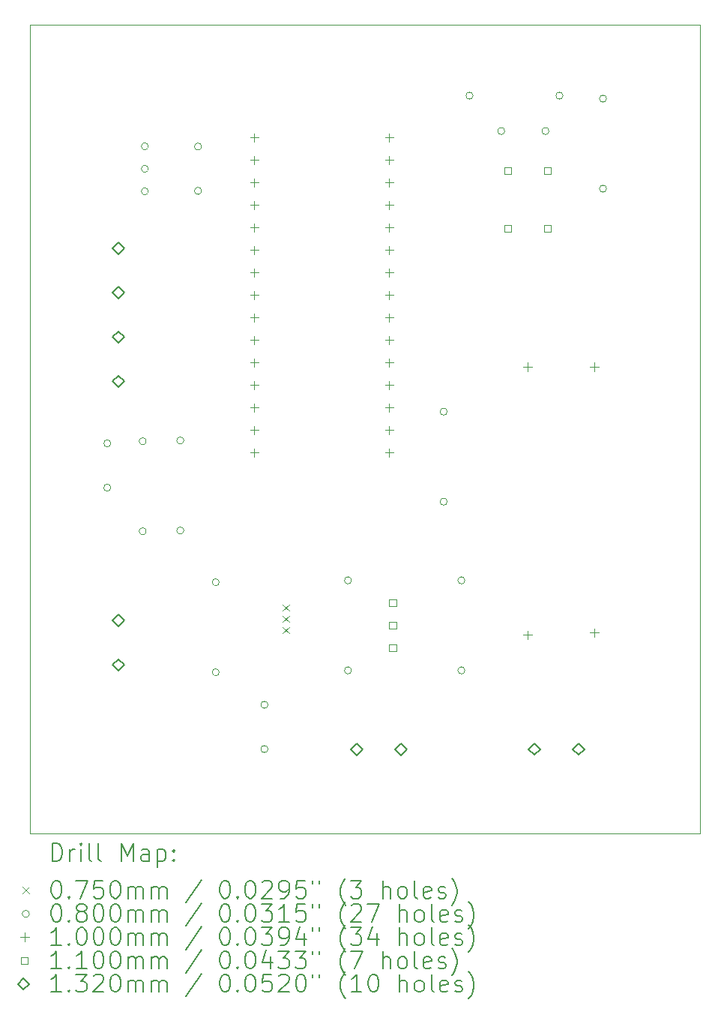
<source format=gbr>
%FSLAX45Y45*%
G04 Gerber Fmt 4.5, Leading zero omitted, Abs format (unit mm)*
G04 Created by KiCad (PCBNEW 6.0.2+dfsg-1) date 2023-09-01 16:32:19*
%MOMM*%
%LPD*%
G01*
G04 APERTURE LIST*
%TA.AperFunction,Profile*%
%ADD10C,0.100000*%
%TD*%
%ADD11C,0.200000*%
%ADD12C,0.075000*%
%ADD13C,0.080000*%
%ADD14C,0.100000*%
%ADD15C,0.110000*%
%ADD16C,0.132000*%
G04 APERTURE END LIST*
D10*
X8300000Y-13800000D02*
X15875000Y-13800000D01*
X15875000Y-13800000D02*
X15875000Y-4675000D01*
X15875000Y-4675000D02*
X8300000Y-4675000D01*
X8300000Y-4675000D02*
X8300000Y-13800000D01*
D11*
D12*
X11157000Y-11216500D02*
X11232000Y-11291500D01*
X11232000Y-11216500D02*
X11157000Y-11291500D01*
X11157000Y-11343500D02*
X11232000Y-11418500D01*
X11232000Y-11343500D02*
X11157000Y-11418500D01*
X11157000Y-11470500D02*
X11232000Y-11545500D01*
X11232000Y-11470500D02*
X11157000Y-11545500D01*
D13*
X9215000Y-9400000D02*
G75*
G03*
X9215000Y-9400000I-40000J0D01*
G01*
X9215000Y-9900000D02*
G75*
G03*
X9215000Y-9900000I-40000J0D01*
G01*
X9615000Y-9375000D02*
G75*
G03*
X9615000Y-9375000I-40000J0D01*
G01*
X9615000Y-10391000D02*
G75*
G03*
X9615000Y-10391000I-40000J0D01*
G01*
X9640000Y-6047000D02*
G75*
G03*
X9640000Y-6047000I-40000J0D01*
G01*
X9640000Y-6301000D02*
G75*
G03*
X9640000Y-6301000I-40000J0D01*
G01*
X9640000Y-6555000D02*
G75*
G03*
X9640000Y-6555000I-40000J0D01*
G01*
X10040000Y-9367000D02*
G75*
G03*
X10040000Y-9367000I-40000J0D01*
G01*
X10040000Y-10383000D02*
G75*
G03*
X10040000Y-10383000I-40000J0D01*
G01*
X10240000Y-6050000D02*
G75*
G03*
X10240000Y-6050000I-40000J0D01*
G01*
X10240000Y-6550000D02*
G75*
G03*
X10240000Y-6550000I-40000J0D01*
G01*
X10440000Y-10967000D02*
G75*
G03*
X10440000Y-10967000I-40000J0D01*
G01*
X10440000Y-11983000D02*
G75*
G03*
X10440000Y-11983000I-40000J0D01*
G01*
X10990000Y-12350000D02*
G75*
G03*
X10990000Y-12350000I-40000J0D01*
G01*
X10990000Y-12850000D02*
G75*
G03*
X10990000Y-12850000I-40000J0D01*
G01*
X11934500Y-10946000D02*
G75*
G03*
X11934500Y-10946000I-40000J0D01*
G01*
X11934500Y-11962000D02*
G75*
G03*
X11934500Y-11962000I-40000J0D01*
G01*
X13015000Y-9042000D02*
G75*
G03*
X13015000Y-9042000I-40000J0D01*
G01*
X13015000Y-10058000D02*
G75*
G03*
X13015000Y-10058000I-40000J0D01*
G01*
X13215000Y-10946000D02*
G75*
G03*
X13215000Y-10946000I-40000J0D01*
G01*
X13215000Y-11962000D02*
G75*
G03*
X13215000Y-11962000I-40000J0D01*
G01*
X13307000Y-5475000D02*
G75*
G03*
X13307000Y-5475000I-40000J0D01*
G01*
X13665000Y-5875000D02*
G75*
G03*
X13665000Y-5875000I-40000J0D01*
G01*
X14165000Y-5875000D02*
G75*
G03*
X14165000Y-5875000I-40000J0D01*
G01*
X14323000Y-5475000D02*
G75*
G03*
X14323000Y-5475000I-40000J0D01*
G01*
X14815000Y-5508500D02*
G75*
G03*
X14815000Y-5508500I-40000J0D01*
G01*
X14815000Y-6524500D02*
G75*
G03*
X14815000Y-6524500I-40000J0D01*
G01*
D14*
X10837000Y-5899000D02*
X10837000Y-5999000D01*
X10787000Y-5949000D02*
X10887000Y-5949000D01*
X10837000Y-6153000D02*
X10837000Y-6253000D01*
X10787000Y-6203000D02*
X10887000Y-6203000D01*
X10837000Y-6407000D02*
X10837000Y-6507000D01*
X10787000Y-6457000D02*
X10887000Y-6457000D01*
X10837000Y-6661000D02*
X10837000Y-6761000D01*
X10787000Y-6711000D02*
X10887000Y-6711000D01*
X10837000Y-6915000D02*
X10837000Y-7015000D01*
X10787000Y-6965000D02*
X10887000Y-6965000D01*
X10837000Y-7169000D02*
X10837000Y-7269000D01*
X10787000Y-7219000D02*
X10887000Y-7219000D01*
X10837000Y-7423000D02*
X10837000Y-7523000D01*
X10787000Y-7473000D02*
X10887000Y-7473000D01*
X10837000Y-7677000D02*
X10837000Y-7777000D01*
X10787000Y-7727000D02*
X10887000Y-7727000D01*
X10837000Y-7931000D02*
X10837000Y-8031000D01*
X10787000Y-7981000D02*
X10887000Y-7981000D01*
X10837000Y-8185000D02*
X10837000Y-8285000D01*
X10787000Y-8235000D02*
X10887000Y-8235000D01*
X10837000Y-8439000D02*
X10837000Y-8539000D01*
X10787000Y-8489000D02*
X10887000Y-8489000D01*
X10837000Y-8693000D02*
X10837000Y-8793000D01*
X10787000Y-8743000D02*
X10887000Y-8743000D01*
X10837000Y-8947000D02*
X10837000Y-9047000D01*
X10787000Y-8997000D02*
X10887000Y-8997000D01*
X10837000Y-9201000D02*
X10837000Y-9301000D01*
X10787000Y-9251000D02*
X10887000Y-9251000D01*
X10837000Y-9455000D02*
X10837000Y-9555000D01*
X10787000Y-9505000D02*
X10887000Y-9505000D01*
X12361000Y-5899000D02*
X12361000Y-5999000D01*
X12311000Y-5949000D02*
X12411000Y-5949000D01*
X12361000Y-6153000D02*
X12361000Y-6253000D01*
X12311000Y-6203000D02*
X12411000Y-6203000D01*
X12361000Y-6407000D02*
X12361000Y-6507000D01*
X12311000Y-6457000D02*
X12411000Y-6457000D01*
X12361000Y-6661000D02*
X12361000Y-6761000D01*
X12311000Y-6711000D02*
X12411000Y-6711000D01*
X12361000Y-6915000D02*
X12361000Y-7015000D01*
X12311000Y-6965000D02*
X12411000Y-6965000D01*
X12361000Y-7169000D02*
X12361000Y-7269000D01*
X12311000Y-7219000D02*
X12411000Y-7219000D01*
X12361000Y-7423000D02*
X12361000Y-7523000D01*
X12311000Y-7473000D02*
X12411000Y-7473000D01*
X12361000Y-7677000D02*
X12361000Y-7777000D01*
X12311000Y-7727000D02*
X12411000Y-7727000D01*
X12361000Y-7931000D02*
X12361000Y-8031000D01*
X12311000Y-7981000D02*
X12411000Y-7981000D01*
X12361000Y-8185000D02*
X12361000Y-8285000D01*
X12311000Y-8235000D02*
X12411000Y-8235000D01*
X12361000Y-8439000D02*
X12361000Y-8539000D01*
X12311000Y-8489000D02*
X12411000Y-8489000D01*
X12361000Y-8693000D02*
X12361000Y-8793000D01*
X12311000Y-8743000D02*
X12411000Y-8743000D01*
X12361000Y-8947000D02*
X12361000Y-9047000D01*
X12311000Y-8997000D02*
X12411000Y-8997000D01*
X12361000Y-9201000D02*
X12361000Y-9301000D01*
X12311000Y-9251000D02*
X12411000Y-9251000D01*
X12361000Y-9455000D02*
X12361000Y-9555000D01*
X12311000Y-9505000D02*
X12411000Y-9505000D01*
X13925000Y-8487500D02*
X13925000Y-8587500D01*
X13875000Y-8537500D02*
X13975000Y-8537500D01*
X13925000Y-11512500D02*
X13925000Y-11612500D01*
X13875000Y-11562500D02*
X13975000Y-11562500D01*
X14675000Y-8487500D02*
X14675000Y-8587500D01*
X14625000Y-8537500D02*
X14725000Y-8537500D01*
X14675000Y-11487500D02*
X14675000Y-11587500D01*
X14625000Y-11537500D02*
X14725000Y-11537500D01*
D15*
X12438891Y-11238891D02*
X12438891Y-11161109D01*
X12361109Y-11161109D01*
X12361109Y-11238891D01*
X12438891Y-11238891D01*
X12438891Y-11492891D02*
X12438891Y-11415109D01*
X12361109Y-11415109D01*
X12361109Y-11492891D01*
X12438891Y-11492891D01*
X12438891Y-11746891D02*
X12438891Y-11669109D01*
X12361109Y-11669109D01*
X12361109Y-11746891D01*
X12438891Y-11746891D01*
X13738891Y-6363891D02*
X13738891Y-6286109D01*
X13661109Y-6286109D01*
X13661109Y-6363891D01*
X13738891Y-6363891D01*
X13738891Y-7013891D02*
X13738891Y-6936109D01*
X13661109Y-6936109D01*
X13661109Y-7013891D01*
X13738891Y-7013891D01*
X14188891Y-6363891D02*
X14188891Y-6286109D01*
X14111109Y-6286109D01*
X14111109Y-6363891D01*
X14188891Y-6363891D01*
X14188891Y-7013891D02*
X14188891Y-6936109D01*
X14111109Y-6936109D01*
X14111109Y-7013891D01*
X14188891Y-7013891D01*
D16*
X9300000Y-7266000D02*
X9366000Y-7200000D01*
X9300000Y-7134000D01*
X9234000Y-7200000D01*
X9300000Y-7266000D01*
X9300000Y-7766000D02*
X9366000Y-7700000D01*
X9300000Y-7634000D01*
X9234000Y-7700000D01*
X9300000Y-7766000D01*
X9300000Y-8266000D02*
X9366000Y-8200000D01*
X9300000Y-8134000D01*
X9234000Y-8200000D01*
X9300000Y-8266000D01*
X9300000Y-8766000D02*
X9366000Y-8700000D01*
X9300000Y-8634000D01*
X9234000Y-8700000D01*
X9300000Y-8766000D01*
X9300000Y-11466000D02*
X9366000Y-11400000D01*
X9300000Y-11334000D01*
X9234000Y-11400000D01*
X9300000Y-11466000D01*
X9300000Y-11966000D02*
X9366000Y-11900000D01*
X9300000Y-11834000D01*
X9234000Y-11900000D01*
X9300000Y-11966000D01*
X11994500Y-12920000D02*
X12060500Y-12854000D01*
X11994500Y-12788000D01*
X11928500Y-12854000D01*
X11994500Y-12920000D01*
X12494500Y-12920000D02*
X12560500Y-12854000D01*
X12494500Y-12788000D01*
X12428500Y-12854000D01*
X12494500Y-12920000D01*
X14000000Y-12916000D02*
X14066000Y-12850000D01*
X14000000Y-12784000D01*
X13934000Y-12850000D01*
X14000000Y-12916000D01*
X14500000Y-12916000D02*
X14566000Y-12850000D01*
X14500000Y-12784000D01*
X14434000Y-12850000D01*
X14500000Y-12916000D01*
D11*
X8552619Y-14115476D02*
X8552619Y-13915476D01*
X8600238Y-13915476D01*
X8628810Y-13925000D01*
X8647857Y-13944048D01*
X8657381Y-13963095D01*
X8666905Y-14001190D01*
X8666905Y-14029762D01*
X8657381Y-14067857D01*
X8647857Y-14086905D01*
X8628810Y-14105952D01*
X8600238Y-14115476D01*
X8552619Y-14115476D01*
X8752619Y-14115476D02*
X8752619Y-13982143D01*
X8752619Y-14020238D02*
X8762143Y-14001190D01*
X8771667Y-13991667D01*
X8790714Y-13982143D01*
X8809762Y-13982143D01*
X8876429Y-14115476D02*
X8876429Y-13982143D01*
X8876429Y-13915476D02*
X8866905Y-13925000D01*
X8876429Y-13934524D01*
X8885952Y-13925000D01*
X8876429Y-13915476D01*
X8876429Y-13934524D01*
X9000238Y-14115476D02*
X8981190Y-14105952D01*
X8971667Y-14086905D01*
X8971667Y-13915476D01*
X9105000Y-14115476D02*
X9085952Y-14105952D01*
X9076429Y-14086905D01*
X9076429Y-13915476D01*
X9333571Y-14115476D02*
X9333571Y-13915476D01*
X9400238Y-14058333D01*
X9466905Y-13915476D01*
X9466905Y-14115476D01*
X9647857Y-14115476D02*
X9647857Y-14010714D01*
X9638333Y-13991667D01*
X9619286Y-13982143D01*
X9581190Y-13982143D01*
X9562143Y-13991667D01*
X9647857Y-14105952D02*
X9628810Y-14115476D01*
X9581190Y-14115476D01*
X9562143Y-14105952D01*
X9552619Y-14086905D01*
X9552619Y-14067857D01*
X9562143Y-14048809D01*
X9581190Y-14039286D01*
X9628810Y-14039286D01*
X9647857Y-14029762D01*
X9743095Y-13982143D02*
X9743095Y-14182143D01*
X9743095Y-13991667D02*
X9762143Y-13982143D01*
X9800238Y-13982143D01*
X9819286Y-13991667D01*
X9828810Y-14001190D01*
X9838333Y-14020238D01*
X9838333Y-14077381D01*
X9828810Y-14096428D01*
X9819286Y-14105952D01*
X9800238Y-14115476D01*
X9762143Y-14115476D01*
X9743095Y-14105952D01*
X9924048Y-14096428D02*
X9933571Y-14105952D01*
X9924048Y-14115476D01*
X9914524Y-14105952D01*
X9924048Y-14096428D01*
X9924048Y-14115476D01*
X9924048Y-13991667D02*
X9933571Y-14001190D01*
X9924048Y-14010714D01*
X9914524Y-14001190D01*
X9924048Y-13991667D01*
X9924048Y-14010714D01*
D12*
X8220000Y-14407500D02*
X8295000Y-14482500D01*
X8295000Y-14407500D02*
X8220000Y-14482500D01*
D11*
X8590714Y-14335476D02*
X8609762Y-14335476D01*
X8628810Y-14345000D01*
X8638333Y-14354524D01*
X8647857Y-14373571D01*
X8657381Y-14411667D01*
X8657381Y-14459286D01*
X8647857Y-14497381D01*
X8638333Y-14516428D01*
X8628810Y-14525952D01*
X8609762Y-14535476D01*
X8590714Y-14535476D01*
X8571667Y-14525952D01*
X8562143Y-14516428D01*
X8552619Y-14497381D01*
X8543095Y-14459286D01*
X8543095Y-14411667D01*
X8552619Y-14373571D01*
X8562143Y-14354524D01*
X8571667Y-14345000D01*
X8590714Y-14335476D01*
X8743095Y-14516428D02*
X8752619Y-14525952D01*
X8743095Y-14535476D01*
X8733571Y-14525952D01*
X8743095Y-14516428D01*
X8743095Y-14535476D01*
X8819286Y-14335476D02*
X8952619Y-14335476D01*
X8866905Y-14535476D01*
X9124048Y-14335476D02*
X9028810Y-14335476D01*
X9019286Y-14430714D01*
X9028810Y-14421190D01*
X9047857Y-14411667D01*
X9095476Y-14411667D01*
X9114524Y-14421190D01*
X9124048Y-14430714D01*
X9133571Y-14449762D01*
X9133571Y-14497381D01*
X9124048Y-14516428D01*
X9114524Y-14525952D01*
X9095476Y-14535476D01*
X9047857Y-14535476D01*
X9028810Y-14525952D01*
X9019286Y-14516428D01*
X9257381Y-14335476D02*
X9276429Y-14335476D01*
X9295476Y-14345000D01*
X9305000Y-14354524D01*
X9314524Y-14373571D01*
X9324048Y-14411667D01*
X9324048Y-14459286D01*
X9314524Y-14497381D01*
X9305000Y-14516428D01*
X9295476Y-14525952D01*
X9276429Y-14535476D01*
X9257381Y-14535476D01*
X9238333Y-14525952D01*
X9228810Y-14516428D01*
X9219286Y-14497381D01*
X9209762Y-14459286D01*
X9209762Y-14411667D01*
X9219286Y-14373571D01*
X9228810Y-14354524D01*
X9238333Y-14345000D01*
X9257381Y-14335476D01*
X9409762Y-14535476D02*
X9409762Y-14402143D01*
X9409762Y-14421190D02*
X9419286Y-14411667D01*
X9438333Y-14402143D01*
X9466905Y-14402143D01*
X9485952Y-14411667D01*
X9495476Y-14430714D01*
X9495476Y-14535476D01*
X9495476Y-14430714D02*
X9505000Y-14411667D01*
X9524048Y-14402143D01*
X9552619Y-14402143D01*
X9571667Y-14411667D01*
X9581190Y-14430714D01*
X9581190Y-14535476D01*
X9676429Y-14535476D02*
X9676429Y-14402143D01*
X9676429Y-14421190D02*
X9685952Y-14411667D01*
X9705000Y-14402143D01*
X9733571Y-14402143D01*
X9752619Y-14411667D01*
X9762143Y-14430714D01*
X9762143Y-14535476D01*
X9762143Y-14430714D02*
X9771667Y-14411667D01*
X9790714Y-14402143D01*
X9819286Y-14402143D01*
X9838333Y-14411667D01*
X9847857Y-14430714D01*
X9847857Y-14535476D01*
X10238333Y-14325952D02*
X10066905Y-14583095D01*
X10495476Y-14335476D02*
X10514524Y-14335476D01*
X10533571Y-14345000D01*
X10543095Y-14354524D01*
X10552619Y-14373571D01*
X10562143Y-14411667D01*
X10562143Y-14459286D01*
X10552619Y-14497381D01*
X10543095Y-14516428D01*
X10533571Y-14525952D01*
X10514524Y-14535476D01*
X10495476Y-14535476D01*
X10476429Y-14525952D01*
X10466905Y-14516428D01*
X10457381Y-14497381D01*
X10447857Y-14459286D01*
X10447857Y-14411667D01*
X10457381Y-14373571D01*
X10466905Y-14354524D01*
X10476429Y-14345000D01*
X10495476Y-14335476D01*
X10647857Y-14516428D02*
X10657381Y-14525952D01*
X10647857Y-14535476D01*
X10638333Y-14525952D01*
X10647857Y-14516428D01*
X10647857Y-14535476D01*
X10781190Y-14335476D02*
X10800238Y-14335476D01*
X10819286Y-14345000D01*
X10828810Y-14354524D01*
X10838333Y-14373571D01*
X10847857Y-14411667D01*
X10847857Y-14459286D01*
X10838333Y-14497381D01*
X10828810Y-14516428D01*
X10819286Y-14525952D01*
X10800238Y-14535476D01*
X10781190Y-14535476D01*
X10762143Y-14525952D01*
X10752619Y-14516428D01*
X10743095Y-14497381D01*
X10733571Y-14459286D01*
X10733571Y-14411667D01*
X10743095Y-14373571D01*
X10752619Y-14354524D01*
X10762143Y-14345000D01*
X10781190Y-14335476D01*
X10924048Y-14354524D02*
X10933571Y-14345000D01*
X10952619Y-14335476D01*
X11000238Y-14335476D01*
X11019286Y-14345000D01*
X11028810Y-14354524D01*
X11038333Y-14373571D01*
X11038333Y-14392619D01*
X11028810Y-14421190D01*
X10914524Y-14535476D01*
X11038333Y-14535476D01*
X11133571Y-14535476D02*
X11171667Y-14535476D01*
X11190714Y-14525952D01*
X11200238Y-14516428D01*
X11219286Y-14487857D01*
X11228809Y-14449762D01*
X11228809Y-14373571D01*
X11219286Y-14354524D01*
X11209762Y-14345000D01*
X11190714Y-14335476D01*
X11152619Y-14335476D01*
X11133571Y-14345000D01*
X11124048Y-14354524D01*
X11114524Y-14373571D01*
X11114524Y-14421190D01*
X11124048Y-14440238D01*
X11133571Y-14449762D01*
X11152619Y-14459286D01*
X11190714Y-14459286D01*
X11209762Y-14449762D01*
X11219286Y-14440238D01*
X11228809Y-14421190D01*
X11409762Y-14335476D02*
X11314524Y-14335476D01*
X11305000Y-14430714D01*
X11314524Y-14421190D01*
X11333571Y-14411667D01*
X11381190Y-14411667D01*
X11400238Y-14421190D01*
X11409762Y-14430714D01*
X11419286Y-14449762D01*
X11419286Y-14497381D01*
X11409762Y-14516428D01*
X11400238Y-14525952D01*
X11381190Y-14535476D01*
X11333571Y-14535476D01*
X11314524Y-14525952D01*
X11305000Y-14516428D01*
X11495476Y-14335476D02*
X11495476Y-14373571D01*
X11571667Y-14335476D02*
X11571667Y-14373571D01*
X11866905Y-14611667D02*
X11857381Y-14602143D01*
X11838333Y-14573571D01*
X11828809Y-14554524D01*
X11819286Y-14525952D01*
X11809762Y-14478333D01*
X11809762Y-14440238D01*
X11819286Y-14392619D01*
X11828809Y-14364048D01*
X11838333Y-14345000D01*
X11857381Y-14316428D01*
X11866905Y-14306905D01*
X11924048Y-14335476D02*
X12047857Y-14335476D01*
X11981190Y-14411667D01*
X12009762Y-14411667D01*
X12028809Y-14421190D01*
X12038333Y-14430714D01*
X12047857Y-14449762D01*
X12047857Y-14497381D01*
X12038333Y-14516428D01*
X12028809Y-14525952D01*
X12009762Y-14535476D01*
X11952619Y-14535476D01*
X11933571Y-14525952D01*
X11924048Y-14516428D01*
X12285952Y-14535476D02*
X12285952Y-14335476D01*
X12371667Y-14535476D02*
X12371667Y-14430714D01*
X12362143Y-14411667D01*
X12343095Y-14402143D01*
X12314524Y-14402143D01*
X12295476Y-14411667D01*
X12285952Y-14421190D01*
X12495476Y-14535476D02*
X12476428Y-14525952D01*
X12466905Y-14516428D01*
X12457381Y-14497381D01*
X12457381Y-14440238D01*
X12466905Y-14421190D01*
X12476428Y-14411667D01*
X12495476Y-14402143D01*
X12524048Y-14402143D01*
X12543095Y-14411667D01*
X12552619Y-14421190D01*
X12562143Y-14440238D01*
X12562143Y-14497381D01*
X12552619Y-14516428D01*
X12543095Y-14525952D01*
X12524048Y-14535476D01*
X12495476Y-14535476D01*
X12676428Y-14535476D02*
X12657381Y-14525952D01*
X12647857Y-14506905D01*
X12647857Y-14335476D01*
X12828809Y-14525952D02*
X12809762Y-14535476D01*
X12771667Y-14535476D01*
X12752619Y-14525952D01*
X12743095Y-14506905D01*
X12743095Y-14430714D01*
X12752619Y-14411667D01*
X12771667Y-14402143D01*
X12809762Y-14402143D01*
X12828809Y-14411667D01*
X12838333Y-14430714D01*
X12838333Y-14449762D01*
X12743095Y-14468809D01*
X12914524Y-14525952D02*
X12933571Y-14535476D01*
X12971667Y-14535476D01*
X12990714Y-14525952D01*
X13000238Y-14506905D01*
X13000238Y-14497381D01*
X12990714Y-14478333D01*
X12971667Y-14468809D01*
X12943095Y-14468809D01*
X12924048Y-14459286D01*
X12914524Y-14440238D01*
X12914524Y-14430714D01*
X12924048Y-14411667D01*
X12943095Y-14402143D01*
X12971667Y-14402143D01*
X12990714Y-14411667D01*
X13066905Y-14611667D02*
X13076428Y-14602143D01*
X13095476Y-14573571D01*
X13105000Y-14554524D01*
X13114524Y-14525952D01*
X13124048Y-14478333D01*
X13124048Y-14440238D01*
X13114524Y-14392619D01*
X13105000Y-14364048D01*
X13095476Y-14345000D01*
X13076428Y-14316428D01*
X13066905Y-14306905D01*
D13*
X8295000Y-14709000D02*
G75*
G03*
X8295000Y-14709000I-40000J0D01*
G01*
D11*
X8590714Y-14599476D02*
X8609762Y-14599476D01*
X8628810Y-14609000D01*
X8638333Y-14618524D01*
X8647857Y-14637571D01*
X8657381Y-14675667D01*
X8657381Y-14723286D01*
X8647857Y-14761381D01*
X8638333Y-14780428D01*
X8628810Y-14789952D01*
X8609762Y-14799476D01*
X8590714Y-14799476D01*
X8571667Y-14789952D01*
X8562143Y-14780428D01*
X8552619Y-14761381D01*
X8543095Y-14723286D01*
X8543095Y-14675667D01*
X8552619Y-14637571D01*
X8562143Y-14618524D01*
X8571667Y-14609000D01*
X8590714Y-14599476D01*
X8743095Y-14780428D02*
X8752619Y-14789952D01*
X8743095Y-14799476D01*
X8733571Y-14789952D01*
X8743095Y-14780428D01*
X8743095Y-14799476D01*
X8866905Y-14685190D02*
X8847857Y-14675667D01*
X8838333Y-14666143D01*
X8828810Y-14647095D01*
X8828810Y-14637571D01*
X8838333Y-14618524D01*
X8847857Y-14609000D01*
X8866905Y-14599476D01*
X8905000Y-14599476D01*
X8924048Y-14609000D01*
X8933571Y-14618524D01*
X8943095Y-14637571D01*
X8943095Y-14647095D01*
X8933571Y-14666143D01*
X8924048Y-14675667D01*
X8905000Y-14685190D01*
X8866905Y-14685190D01*
X8847857Y-14694714D01*
X8838333Y-14704238D01*
X8828810Y-14723286D01*
X8828810Y-14761381D01*
X8838333Y-14780428D01*
X8847857Y-14789952D01*
X8866905Y-14799476D01*
X8905000Y-14799476D01*
X8924048Y-14789952D01*
X8933571Y-14780428D01*
X8943095Y-14761381D01*
X8943095Y-14723286D01*
X8933571Y-14704238D01*
X8924048Y-14694714D01*
X8905000Y-14685190D01*
X9066905Y-14599476D02*
X9085952Y-14599476D01*
X9105000Y-14609000D01*
X9114524Y-14618524D01*
X9124048Y-14637571D01*
X9133571Y-14675667D01*
X9133571Y-14723286D01*
X9124048Y-14761381D01*
X9114524Y-14780428D01*
X9105000Y-14789952D01*
X9085952Y-14799476D01*
X9066905Y-14799476D01*
X9047857Y-14789952D01*
X9038333Y-14780428D01*
X9028810Y-14761381D01*
X9019286Y-14723286D01*
X9019286Y-14675667D01*
X9028810Y-14637571D01*
X9038333Y-14618524D01*
X9047857Y-14609000D01*
X9066905Y-14599476D01*
X9257381Y-14599476D02*
X9276429Y-14599476D01*
X9295476Y-14609000D01*
X9305000Y-14618524D01*
X9314524Y-14637571D01*
X9324048Y-14675667D01*
X9324048Y-14723286D01*
X9314524Y-14761381D01*
X9305000Y-14780428D01*
X9295476Y-14789952D01*
X9276429Y-14799476D01*
X9257381Y-14799476D01*
X9238333Y-14789952D01*
X9228810Y-14780428D01*
X9219286Y-14761381D01*
X9209762Y-14723286D01*
X9209762Y-14675667D01*
X9219286Y-14637571D01*
X9228810Y-14618524D01*
X9238333Y-14609000D01*
X9257381Y-14599476D01*
X9409762Y-14799476D02*
X9409762Y-14666143D01*
X9409762Y-14685190D02*
X9419286Y-14675667D01*
X9438333Y-14666143D01*
X9466905Y-14666143D01*
X9485952Y-14675667D01*
X9495476Y-14694714D01*
X9495476Y-14799476D01*
X9495476Y-14694714D02*
X9505000Y-14675667D01*
X9524048Y-14666143D01*
X9552619Y-14666143D01*
X9571667Y-14675667D01*
X9581190Y-14694714D01*
X9581190Y-14799476D01*
X9676429Y-14799476D02*
X9676429Y-14666143D01*
X9676429Y-14685190D02*
X9685952Y-14675667D01*
X9705000Y-14666143D01*
X9733571Y-14666143D01*
X9752619Y-14675667D01*
X9762143Y-14694714D01*
X9762143Y-14799476D01*
X9762143Y-14694714D02*
X9771667Y-14675667D01*
X9790714Y-14666143D01*
X9819286Y-14666143D01*
X9838333Y-14675667D01*
X9847857Y-14694714D01*
X9847857Y-14799476D01*
X10238333Y-14589952D02*
X10066905Y-14847095D01*
X10495476Y-14599476D02*
X10514524Y-14599476D01*
X10533571Y-14609000D01*
X10543095Y-14618524D01*
X10552619Y-14637571D01*
X10562143Y-14675667D01*
X10562143Y-14723286D01*
X10552619Y-14761381D01*
X10543095Y-14780428D01*
X10533571Y-14789952D01*
X10514524Y-14799476D01*
X10495476Y-14799476D01*
X10476429Y-14789952D01*
X10466905Y-14780428D01*
X10457381Y-14761381D01*
X10447857Y-14723286D01*
X10447857Y-14675667D01*
X10457381Y-14637571D01*
X10466905Y-14618524D01*
X10476429Y-14609000D01*
X10495476Y-14599476D01*
X10647857Y-14780428D02*
X10657381Y-14789952D01*
X10647857Y-14799476D01*
X10638333Y-14789952D01*
X10647857Y-14780428D01*
X10647857Y-14799476D01*
X10781190Y-14599476D02*
X10800238Y-14599476D01*
X10819286Y-14609000D01*
X10828810Y-14618524D01*
X10838333Y-14637571D01*
X10847857Y-14675667D01*
X10847857Y-14723286D01*
X10838333Y-14761381D01*
X10828810Y-14780428D01*
X10819286Y-14789952D01*
X10800238Y-14799476D01*
X10781190Y-14799476D01*
X10762143Y-14789952D01*
X10752619Y-14780428D01*
X10743095Y-14761381D01*
X10733571Y-14723286D01*
X10733571Y-14675667D01*
X10743095Y-14637571D01*
X10752619Y-14618524D01*
X10762143Y-14609000D01*
X10781190Y-14599476D01*
X10914524Y-14599476D02*
X11038333Y-14599476D01*
X10971667Y-14675667D01*
X11000238Y-14675667D01*
X11019286Y-14685190D01*
X11028810Y-14694714D01*
X11038333Y-14713762D01*
X11038333Y-14761381D01*
X11028810Y-14780428D01*
X11019286Y-14789952D01*
X11000238Y-14799476D01*
X10943095Y-14799476D01*
X10924048Y-14789952D01*
X10914524Y-14780428D01*
X11228809Y-14799476D02*
X11114524Y-14799476D01*
X11171667Y-14799476D02*
X11171667Y-14599476D01*
X11152619Y-14628048D01*
X11133571Y-14647095D01*
X11114524Y-14656619D01*
X11409762Y-14599476D02*
X11314524Y-14599476D01*
X11305000Y-14694714D01*
X11314524Y-14685190D01*
X11333571Y-14675667D01*
X11381190Y-14675667D01*
X11400238Y-14685190D01*
X11409762Y-14694714D01*
X11419286Y-14713762D01*
X11419286Y-14761381D01*
X11409762Y-14780428D01*
X11400238Y-14789952D01*
X11381190Y-14799476D01*
X11333571Y-14799476D01*
X11314524Y-14789952D01*
X11305000Y-14780428D01*
X11495476Y-14599476D02*
X11495476Y-14637571D01*
X11571667Y-14599476D02*
X11571667Y-14637571D01*
X11866905Y-14875667D02*
X11857381Y-14866143D01*
X11838333Y-14837571D01*
X11828809Y-14818524D01*
X11819286Y-14789952D01*
X11809762Y-14742333D01*
X11809762Y-14704238D01*
X11819286Y-14656619D01*
X11828809Y-14628048D01*
X11838333Y-14609000D01*
X11857381Y-14580428D01*
X11866905Y-14570905D01*
X11933571Y-14618524D02*
X11943095Y-14609000D01*
X11962143Y-14599476D01*
X12009762Y-14599476D01*
X12028809Y-14609000D01*
X12038333Y-14618524D01*
X12047857Y-14637571D01*
X12047857Y-14656619D01*
X12038333Y-14685190D01*
X11924048Y-14799476D01*
X12047857Y-14799476D01*
X12114524Y-14599476D02*
X12247857Y-14599476D01*
X12162143Y-14799476D01*
X12476428Y-14799476D02*
X12476428Y-14599476D01*
X12562143Y-14799476D02*
X12562143Y-14694714D01*
X12552619Y-14675667D01*
X12533571Y-14666143D01*
X12505000Y-14666143D01*
X12485952Y-14675667D01*
X12476428Y-14685190D01*
X12685952Y-14799476D02*
X12666905Y-14789952D01*
X12657381Y-14780428D01*
X12647857Y-14761381D01*
X12647857Y-14704238D01*
X12657381Y-14685190D01*
X12666905Y-14675667D01*
X12685952Y-14666143D01*
X12714524Y-14666143D01*
X12733571Y-14675667D01*
X12743095Y-14685190D01*
X12752619Y-14704238D01*
X12752619Y-14761381D01*
X12743095Y-14780428D01*
X12733571Y-14789952D01*
X12714524Y-14799476D01*
X12685952Y-14799476D01*
X12866905Y-14799476D02*
X12847857Y-14789952D01*
X12838333Y-14770905D01*
X12838333Y-14599476D01*
X13019286Y-14789952D02*
X13000238Y-14799476D01*
X12962143Y-14799476D01*
X12943095Y-14789952D01*
X12933571Y-14770905D01*
X12933571Y-14694714D01*
X12943095Y-14675667D01*
X12962143Y-14666143D01*
X13000238Y-14666143D01*
X13019286Y-14675667D01*
X13028809Y-14694714D01*
X13028809Y-14713762D01*
X12933571Y-14732809D01*
X13105000Y-14789952D02*
X13124048Y-14799476D01*
X13162143Y-14799476D01*
X13181190Y-14789952D01*
X13190714Y-14770905D01*
X13190714Y-14761381D01*
X13181190Y-14742333D01*
X13162143Y-14732809D01*
X13133571Y-14732809D01*
X13114524Y-14723286D01*
X13105000Y-14704238D01*
X13105000Y-14694714D01*
X13114524Y-14675667D01*
X13133571Y-14666143D01*
X13162143Y-14666143D01*
X13181190Y-14675667D01*
X13257381Y-14875667D02*
X13266905Y-14866143D01*
X13285952Y-14837571D01*
X13295476Y-14818524D01*
X13305000Y-14789952D01*
X13314524Y-14742333D01*
X13314524Y-14704238D01*
X13305000Y-14656619D01*
X13295476Y-14628048D01*
X13285952Y-14609000D01*
X13266905Y-14580428D01*
X13257381Y-14570905D01*
D14*
X8245000Y-14923000D02*
X8245000Y-15023000D01*
X8195000Y-14973000D02*
X8295000Y-14973000D01*
D11*
X8657381Y-15063476D02*
X8543095Y-15063476D01*
X8600238Y-15063476D02*
X8600238Y-14863476D01*
X8581190Y-14892048D01*
X8562143Y-14911095D01*
X8543095Y-14920619D01*
X8743095Y-15044428D02*
X8752619Y-15053952D01*
X8743095Y-15063476D01*
X8733571Y-15053952D01*
X8743095Y-15044428D01*
X8743095Y-15063476D01*
X8876429Y-14863476D02*
X8895476Y-14863476D01*
X8914524Y-14873000D01*
X8924048Y-14882524D01*
X8933571Y-14901571D01*
X8943095Y-14939667D01*
X8943095Y-14987286D01*
X8933571Y-15025381D01*
X8924048Y-15044428D01*
X8914524Y-15053952D01*
X8895476Y-15063476D01*
X8876429Y-15063476D01*
X8857381Y-15053952D01*
X8847857Y-15044428D01*
X8838333Y-15025381D01*
X8828810Y-14987286D01*
X8828810Y-14939667D01*
X8838333Y-14901571D01*
X8847857Y-14882524D01*
X8857381Y-14873000D01*
X8876429Y-14863476D01*
X9066905Y-14863476D02*
X9085952Y-14863476D01*
X9105000Y-14873000D01*
X9114524Y-14882524D01*
X9124048Y-14901571D01*
X9133571Y-14939667D01*
X9133571Y-14987286D01*
X9124048Y-15025381D01*
X9114524Y-15044428D01*
X9105000Y-15053952D01*
X9085952Y-15063476D01*
X9066905Y-15063476D01*
X9047857Y-15053952D01*
X9038333Y-15044428D01*
X9028810Y-15025381D01*
X9019286Y-14987286D01*
X9019286Y-14939667D01*
X9028810Y-14901571D01*
X9038333Y-14882524D01*
X9047857Y-14873000D01*
X9066905Y-14863476D01*
X9257381Y-14863476D02*
X9276429Y-14863476D01*
X9295476Y-14873000D01*
X9305000Y-14882524D01*
X9314524Y-14901571D01*
X9324048Y-14939667D01*
X9324048Y-14987286D01*
X9314524Y-15025381D01*
X9305000Y-15044428D01*
X9295476Y-15053952D01*
X9276429Y-15063476D01*
X9257381Y-15063476D01*
X9238333Y-15053952D01*
X9228810Y-15044428D01*
X9219286Y-15025381D01*
X9209762Y-14987286D01*
X9209762Y-14939667D01*
X9219286Y-14901571D01*
X9228810Y-14882524D01*
X9238333Y-14873000D01*
X9257381Y-14863476D01*
X9409762Y-15063476D02*
X9409762Y-14930143D01*
X9409762Y-14949190D02*
X9419286Y-14939667D01*
X9438333Y-14930143D01*
X9466905Y-14930143D01*
X9485952Y-14939667D01*
X9495476Y-14958714D01*
X9495476Y-15063476D01*
X9495476Y-14958714D02*
X9505000Y-14939667D01*
X9524048Y-14930143D01*
X9552619Y-14930143D01*
X9571667Y-14939667D01*
X9581190Y-14958714D01*
X9581190Y-15063476D01*
X9676429Y-15063476D02*
X9676429Y-14930143D01*
X9676429Y-14949190D02*
X9685952Y-14939667D01*
X9705000Y-14930143D01*
X9733571Y-14930143D01*
X9752619Y-14939667D01*
X9762143Y-14958714D01*
X9762143Y-15063476D01*
X9762143Y-14958714D02*
X9771667Y-14939667D01*
X9790714Y-14930143D01*
X9819286Y-14930143D01*
X9838333Y-14939667D01*
X9847857Y-14958714D01*
X9847857Y-15063476D01*
X10238333Y-14853952D02*
X10066905Y-15111095D01*
X10495476Y-14863476D02*
X10514524Y-14863476D01*
X10533571Y-14873000D01*
X10543095Y-14882524D01*
X10552619Y-14901571D01*
X10562143Y-14939667D01*
X10562143Y-14987286D01*
X10552619Y-15025381D01*
X10543095Y-15044428D01*
X10533571Y-15053952D01*
X10514524Y-15063476D01*
X10495476Y-15063476D01*
X10476429Y-15053952D01*
X10466905Y-15044428D01*
X10457381Y-15025381D01*
X10447857Y-14987286D01*
X10447857Y-14939667D01*
X10457381Y-14901571D01*
X10466905Y-14882524D01*
X10476429Y-14873000D01*
X10495476Y-14863476D01*
X10647857Y-15044428D02*
X10657381Y-15053952D01*
X10647857Y-15063476D01*
X10638333Y-15053952D01*
X10647857Y-15044428D01*
X10647857Y-15063476D01*
X10781190Y-14863476D02*
X10800238Y-14863476D01*
X10819286Y-14873000D01*
X10828810Y-14882524D01*
X10838333Y-14901571D01*
X10847857Y-14939667D01*
X10847857Y-14987286D01*
X10838333Y-15025381D01*
X10828810Y-15044428D01*
X10819286Y-15053952D01*
X10800238Y-15063476D01*
X10781190Y-15063476D01*
X10762143Y-15053952D01*
X10752619Y-15044428D01*
X10743095Y-15025381D01*
X10733571Y-14987286D01*
X10733571Y-14939667D01*
X10743095Y-14901571D01*
X10752619Y-14882524D01*
X10762143Y-14873000D01*
X10781190Y-14863476D01*
X10914524Y-14863476D02*
X11038333Y-14863476D01*
X10971667Y-14939667D01*
X11000238Y-14939667D01*
X11019286Y-14949190D01*
X11028810Y-14958714D01*
X11038333Y-14977762D01*
X11038333Y-15025381D01*
X11028810Y-15044428D01*
X11019286Y-15053952D01*
X11000238Y-15063476D01*
X10943095Y-15063476D01*
X10924048Y-15053952D01*
X10914524Y-15044428D01*
X11133571Y-15063476D02*
X11171667Y-15063476D01*
X11190714Y-15053952D01*
X11200238Y-15044428D01*
X11219286Y-15015857D01*
X11228809Y-14977762D01*
X11228809Y-14901571D01*
X11219286Y-14882524D01*
X11209762Y-14873000D01*
X11190714Y-14863476D01*
X11152619Y-14863476D01*
X11133571Y-14873000D01*
X11124048Y-14882524D01*
X11114524Y-14901571D01*
X11114524Y-14949190D01*
X11124048Y-14968238D01*
X11133571Y-14977762D01*
X11152619Y-14987286D01*
X11190714Y-14987286D01*
X11209762Y-14977762D01*
X11219286Y-14968238D01*
X11228809Y-14949190D01*
X11400238Y-14930143D02*
X11400238Y-15063476D01*
X11352619Y-14853952D02*
X11305000Y-14996809D01*
X11428809Y-14996809D01*
X11495476Y-14863476D02*
X11495476Y-14901571D01*
X11571667Y-14863476D02*
X11571667Y-14901571D01*
X11866905Y-15139667D02*
X11857381Y-15130143D01*
X11838333Y-15101571D01*
X11828809Y-15082524D01*
X11819286Y-15053952D01*
X11809762Y-15006333D01*
X11809762Y-14968238D01*
X11819286Y-14920619D01*
X11828809Y-14892048D01*
X11838333Y-14873000D01*
X11857381Y-14844428D01*
X11866905Y-14834905D01*
X11924048Y-14863476D02*
X12047857Y-14863476D01*
X11981190Y-14939667D01*
X12009762Y-14939667D01*
X12028809Y-14949190D01*
X12038333Y-14958714D01*
X12047857Y-14977762D01*
X12047857Y-15025381D01*
X12038333Y-15044428D01*
X12028809Y-15053952D01*
X12009762Y-15063476D01*
X11952619Y-15063476D01*
X11933571Y-15053952D01*
X11924048Y-15044428D01*
X12219286Y-14930143D02*
X12219286Y-15063476D01*
X12171667Y-14853952D02*
X12124048Y-14996809D01*
X12247857Y-14996809D01*
X12476428Y-15063476D02*
X12476428Y-14863476D01*
X12562143Y-15063476D02*
X12562143Y-14958714D01*
X12552619Y-14939667D01*
X12533571Y-14930143D01*
X12505000Y-14930143D01*
X12485952Y-14939667D01*
X12476428Y-14949190D01*
X12685952Y-15063476D02*
X12666905Y-15053952D01*
X12657381Y-15044428D01*
X12647857Y-15025381D01*
X12647857Y-14968238D01*
X12657381Y-14949190D01*
X12666905Y-14939667D01*
X12685952Y-14930143D01*
X12714524Y-14930143D01*
X12733571Y-14939667D01*
X12743095Y-14949190D01*
X12752619Y-14968238D01*
X12752619Y-15025381D01*
X12743095Y-15044428D01*
X12733571Y-15053952D01*
X12714524Y-15063476D01*
X12685952Y-15063476D01*
X12866905Y-15063476D02*
X12847857Y-15053952D01*
X12838333Y-15034905D01*
X12838333Y-14863476D01*
X13019286Y-15053952D02*
X13000238Y-15063476D01*
X12962143Y-15063476D01*
X12943095Y-15053952D01*
X12933571Y-15034905D01*
X12933571Y-14958714D01*
X12943095Y-14939667D01*
X12962143Y-14930143D01*
X13000238Y-14930143D01*
X13019286Y-14939667D01*
X13028809Y-14958714D01*
X13028809Y-14977762D01*
X12933571Y-14996809D01*
X13105000Y-15053952D02*
X13124048Y-15063476D01*
X13162143Y-15063476D01*
X13181190Y-15053952D01*
X13190714Y-15034905D01*
X13190714Y-15025381D01*
X13181190Y-15006333D01*
X13162143Y-14996809D01*
X13133571Y-14996809D01*
X13114524Y-14987286D01*
X13105000Y-14968238D01*
X13105000Y-14958714D01*
X13114524Y-14939667D01*
X13133571Y-14930143D01*
X13162143Y-14930143D01*
X13181190Y-14939667D01*
X13257381Y-15139667D02*
X13266905Y-15130143D01*
X13285952Y-15101571D01*
X13295476Y-15082524D01*
X13305000Y-15053952D01*
X13314524Y-15006333D01*
X13314524Y-14968238D01*
X13305000Y-14920619D01*
X13295476Y-14892048D01*
X13285952Y-14873000D01*
X13266905Y-14844428D01*
X13257381Y-14834905D01*
D15*
X8278891Y-15275891D02*
X8278891Y-15198109D01*
X8201109Y-15198109D01*
X8201109Y-15275891D01*
X8278891Y-15275891D01*
D11*
X8657381Y-15327476D02*
X8543095Y-15327476D01*
X8600238Y-15327476D02*
X8600238Y-15127476D01*
X8581190Y-15156048D01*
X8562143Y-15175095D01*
X8543095Y-15184619D01*
X8743095Y-15308428D02*
X8752619Y-15317952D01*
X8743095Y-15327476D01*
X8733571Y-15317952D01*
X8743095Y-15308428D01*
X8743095Y-15327476D01*
X8943095Y-15327476D02*
X8828810Y-15327476D01*
X8885952Y-15327476D02*
X8885952Y-15127476D01*
X8866905Y-15156048D01*
X8847857Y-15175095D01*
X8828810Y-15184619D01*
X9066905Y-15127476D02*
X9085952Y-15127476D01*
X9105000Y-15137000D01*
X9114524Y-15146524D01*
X9124048Y-15165571D01*
X9133571Y-15203667D01*
X9133571Y-15251286D01*
X9124048Y-15289381D01*
X9114524Y-15308428D01*
X9105000Y-15317952D01*
X9085952Y-15327476D01*
X9066905Y-15327476D01*
X9047857Y-15317952D01*
X9038333Y-15308428D01*
X9028810Y-15289381D01*
X9019286Y-15251286D01*
X9019286Y-15203667D01*
X9028810Y-15165571D01*
X9038333Y-15146524D01*
X9047857Y-15137000D01*
X9066905Y-15127476D01*
X9257381Y-15127476D02*
X9276429Y-15127476D01*
X9295476Y-15137000D01*
X9305000Y-15146524D01*
X9314524Y-15165571D01*
X9324048Y-15203667D01*
X9324048Y-15251286D01*
X9314524Y-15289381D01*
X9305000Y-15308428D01*
X9295476Y-15317952D01*
X9276429Y-15327476D01*
X9257381Y-15327476D01*
X9238333Y-15317952D01*
X9228810Y-15308428D01*
X9219286Y-15289381D01*
X9209762Y-15251286D01*
X9209762Y-15203667D01*
X9219286Y-15165571D01*
X9228810Y-15146524D01*
X9238333Y-15137000D01*
X9257381Y-15127476D01*
X9409762Y-15327476D02*
X9409762Y-15194143D01*
X9409762Y-15213190D02*
X9419286Y-15203667D01*
X9438333Y-15194143D01*
X9466905Y-15194143D01*
X9485952Y-15203667D01*
X9495476Y-15222714D01*
X9495476Y-15327476D01*
X9495476Y-15222714D02*
X9505000Y-15203667D01*
X9524048Y-15194143D01*
X9552619Y-15194143D01*
X9571667Y-15203667D01*
X9581190Y-15222714D01*
X9581190Y-15327476D01*
X9676429Y-15327476D02*
X9676429Y-15194143D01*
X9676429Y-15213190D02*
X9685952Y-15203667D01*
X9705000Y-15194143D01*
X9733571Y-15194143D01*
X9752619Y-15203667D01*
X9762143Y-15222714D01*
X9762143Y-15327476D01*
X9762143Y-15222714D02*
X9771667Y-15203667D01*
X9790714Y-15194143D01*
X9819286Y-15194143D01*
X9838333Y-15203667D01*
X9847857Y-15222714D01*
X9847857Y-15327476D01*
X10238333Y-15117952D02*
X10066905Y-15375095D01*
X10495476Y-15127476D02*
X10514524Y-15127476D01*
X10533571Y-15137000D01*
X10543095Y-15146524D01*
X10552619Y-15165571D01*
X10562143Y-15203667D01*
X10562143Y-15251286D01*
X10552619Y-15289381D01*
X10543095Y-15308428D01*
X10533571Y-15317952D01*
X10514524Y-15327476D01*
X10495476Y-15327476D01*
X10476429Y-15317952D01*
X10466905Y-15308428D01*
X10457381Y-15289381D01*
X10447857Y-15251286D01*
X10447857Y-15203667D01*
X10457381Y-15165571D01*
X10466905Y-15146524D01*
X10476429Y-15137000D01*
X10495476Y-15127476D01*
X10647857Y-15308428D02*
X10657381Y-15317952D01*
X10647857Y-15327476D01*
X10638333Y-15317952D01*
X10647857Y-15308428D01*
X10647857Y-15327476D01*
X10781190Y-15127476D02*
X10800238Y-15127476D01*
X10819286Y-15137000D01*
X10828810Y-15146524D01*
X10838333Y-15165571D01*
X10847857Y-15203667D01*
X10847857Y-15251286D01*
X10838333Y-15289381D01*
X10828810Y-15308428D01*
X10819286Y-15317952D01*
X10800238Y-15327476D01*
X10781190Y-15327476D01*
X10762143Y-15317952D01*
X10752619Y-15308428D01*
X10743095Y-15289381D01*
X10733571Y-15251286D01*
X10733571Y-15203667D01*
X10743095Y-15165571D01*
X10752619Y-15146524D01*
X10762143Y-15137000D01*
X10781190Y-15127476D01*
X11019286Y-15194143D02*
X11019286Y-15327476D01*
X10971667Y-15117952D02*
X10924048Y-15260809D01*
X11047857Y-15260809D01*
X11105000Y-15127476D02*
X11228809Y-15127476D01*
X11162143Y-15203667D01*
X11190714Y-15203667D01*
X11209762Y-15213190D01*
X11219286Y-15222714D01*
X11228809Y-15241762D01*
X11228809Y-15289381D01*
X11219286Y-15308428D01*
X11209762Y-15317952D01*
X11190714Y-15327476D01*
X11133571Y-15327476D01*
X11114524Y-15317952D01*
X11105000Y-15308428D01*
X11295476Y-15127476D02*
X11419286Y-15127476D01*
X11352619Y-15203667D01*
X11381190Y-15203667D01*
X11400238Y-15213190D01*
X11409762Y-15222714D01*
X11419286Y-15241762D01*
X11419286Y-15289381D01*
X11409762Y-15308428D01*
X11400238Y-15317952D01*
X11381190Y-15327476D01*
X11324048Y-15327476D01*
X11305000Y-15317952D01*
X11295476Y-15308428D01*
X11495476Y-15127476D02*
X11495476Y-15165571D01*
X11571667Y-15127476D02*
X11571667Y-15165571D01*
X11866905Y-15403667D02*
X11857381Y-15394143D01*
X11838333Y-15365571D01*
X11828809Y-15346524D01*
X11819286Y-15317952D01*
X11809762Y-15270333D01*
X11809762Y-15232238D01*
X11819286Y-15184619D01*
X11828809Y-15156048D01*
X11838333Y-15137000D01*
X11857381Y-15108428D01*
X11866905Y-15098905D01*
X11924048Y-15127476D02*
X12057381Y-15127476D01*
X11971667Y-15327476D01*
X12285952Y-15327476D02*
X12285952Y-15127476D01*
X12371667Y-15327476D02*
X12371667Y-15222714D01*
X12362143Y-15203667D01*
X12343095Y-15194143D01*
X12314524Y-15194143D01*
X12295476Y-15203667D01*
X12285952Y-15213190D01*
X12495476Y-15327476D02*
X12476428Y-15317952D01*
X12466905Y-15308428D01*
X12457381Y-15289381D01*
X12457381Y-15232238D01*
X12466905Y-15213190D01*
X12476428Y-15203667D01*
X12495476Y-15194143D01*
X12524048Y-15194143D01*
X12543095Y-15203667D01*
X12552619Y-15213190D01*
X12562143Y-15232238D01*
X12562143Y-15289381D01*
X12552619Y-15308428D01*
X12543095Y-15317952D01*
X12524048Y-15327476D01*
X12495476Y-15327476D01*
X12676428Y-15327476D02*
X12657381Y-15317952D01*
X12647857Y-15298905D01*
X12647857Y-15127476D01*
X12828809Y-15317952D02*
X12809762Y-15327476D01*
X12771667Y-15327476D01*
X12752619Y-15317952D01*
X12743095Y-15298905D01*
X12743095Y-15222714D01*
X12752619Y-15203667D01*
X12771667Y-15194143D01*
X12809762Y-15194143D01*
X12828809Y-15203667D01*
X12838333Y-15222714D01*
X12838333Y-15241762D01*
X12743095Y-15260809D01*
X12914524Y-15317952D02*
X12933571Y-15327476D01*
X12971667Y-15327476D01*
X12990714Y-15317952D01*
X13000238Y-15298905D01*
X13000238Y-15289381D01*
X12990714Y-15270333D01*
X12971667Y-15260809D01*
X12943095Y-15260809D01*
X12924048Y-15251286D01*
X12914524Y-15232238D01*
X12914524Y-15222714D01*
X12924048Y-15203667D01*
X12943095Y-15194143D01*
X12971667Y-15194143D01*
X12990714Y-15203667D01*
X13066905Y-15403667D02*
X13076428Y-15394143D01*
X13095476Y-15365571D01*
X13105000Y-15346524D01*
X13114524Y-15317952D01*
X13124048Y-15270333D01*
X13124048Y-15232238D01*
X13114524Y-15184619D01*
X13105000Y-15156048D01*
X13095476Y-15137000D01*
X13076428Y-15108428D01*
X13066905Y-15098905D01*
D16*
X8229000Y-15567000D02*
X8295000Y-15501000D01*
X8229000Y-15435000D01*
X8163000Y-15501000D01*
X8229000Y-15567000D01*
D11*
X8657381Y-15591476D02*
X8543095Y-15591476D01*
X8600238Y-15591476D02*
X8600238Y-15391476D01*
X8581190Y-15420048D01*
X8562143Y-15439095D01*
X8543095Y-15448619D01*
X8743095Y-15572428D02*
X8752619Y-15581952D01*
X8743095Y-15591476D01*
X8733571Y-15581952D01*
X8743095Y-15572428D01*
X8743095Y-15591476D01*
X8819286Y-15391476D02*
X8943095Y-15391476D01*
X8876429Y-15467667D01*
X8905000Y-15467667D01*
X8924048Y-15477190D01*
X8933571Y-15486714D01*
X8943095Y-15505762D01*
X8943095Y-15553381D01*
X8933571Y-15572428D01*
X8924048Y-15581952D01*
X8905000Y-15591476D01*
X8847857Y-15591476D01*
X8828810Y-15581952D01*
X8819286Y-15572428D01*
X9019286Y-15410524D02*
X9028810Y-15401000D01*
X9047857Y-15391476D01*
X9095476Y-15391476D01*
X9114524Y-15401000D01*
X9124048Y-15410524D01*
X9133571Y-15429571D01*
X9133571Y-15448619D01*
X9124048Y-15477190D01*
X9009762Y-15591476D01*
X9133571Y-15591476D01*
X9257381Y-15391476D02*
X9276429Y-15391476D01*
X9295476Y-15401000D01*
X9305000Y-15410524D01*
X9314524Y-15429571D01*
X9324048Y-15467667D01*
X9324048Y-15515286D01*
X9314524Y-15553381D01*
X9305000Y-15572428D01*
X9295476Y-15581952D01*
X9276429Y-15591476D01*
X9257381Y-15591476D01*
X9238333Y-15581952D01*
X9228810Y-15572428D01*
X9219286Y-15553381D01*
X9209762Y-15515286D01*
X9209762Y-15467667D01*
X9219286Y-15429571D01*
X9228810Y-15410524D01*
X9238333Y-15401000D01*
X9257381Y-15391476D01*
X9409762Y-15591476D02*
X9409762Y-15458143D01*
X9409762Y-15477190D02*
X9419286Y-15467667D01*
X9438333Y-15458143D01*
X9466905Y-15458143D01*
X9485952Y-15467667D01*
X9495476Y-15486714D01*
X9495476Y-15591476D01*
X9495476Y-15486714D02*
X9505000Y-15467667D01*
X9524048Y-15458143D01*
X9552619Y-15458143D01*
X9571667Y-15467667D01*
X9581190Y-15486714D01*
X9581190Y-15591476D01*
X9676429Y-15591476D02*
X9676429Y-15458143D01*
X9676429Y-15477190D02*
X9685952Y-15467667D01*
X9705000Y-15458143D01*
X9733571Y-15458143D01*
X9752619Y-15467667D01*
X9762143Y-15486714D01*
X9762143Y-15591476D01*
X9762143Y-15486714D02*
X9771667Y-15467667D01*
X9790714Y-15458143D01*
X9819286Y-15458143D01*
X9838333Y-15467667D01*
X9847857Y-15486714D01*
X9847857Y-15591476D01*
X10238333Y-15381952D02*
X10066905Y-15639095D01*
X10495476Y-15391476D02*
X10514524Y-15391476D01*
X10533571Y-15401000D01*
X10543095Y-15410524D01*
X10552619Y-15429571D01*
X10562143Y-15467667D01*
X10562143Y-15515286D01*
X10552619Y-15553381D01*
X10543095Y-15572428D01*
X10533571Y-15581952D01*
X10514524Y-15591476D01*
X10495476Y-15591476D01*
X10476429Y-15581952D01*
X10466905Y-15572428D01*
X10457381Y-15553381D01*
X10447857Y-15515286D01*
X10447857Y-15467667D01*
X10457381Y-15429571D01*
X10466905Y-15410524D01*
X10476429Y-15401000D01*
X10495476Y-15391476D01*
X10647857Y-15572428D02*
X10657381Y-15581952D01*
X10647857Y-15591476D01*
X10638333Y-15581952D01*
X10647857Y-15572428D01*
X10647857Y-15591476D01*
X10781190Y-15391476D02*
X10800238Y-15391476D01*
X10819286Y-15401000D01*
X10828810Y-15410524D01*
X10838333Y-15429571D01*
X10847857Y-15467667D01*
X10847857Y-15515286D01*
X10838333Y-15553381D01*
X10828810Y-15572428D01*
X10819286Y-15581952D01*
X10800238Y-15591476D01*
X10781190Y-15591476D01*
X10762143Y-15581952D01*
X10752619Y-15572428D01*
X10743095Y-15553381D01*
X10733571Y-15515286D01*
X10733571Y-15467667D01*
X10743095Y-15429571D01*
X10752619Y-15410524D01*
X10762143Y-15401000D01*
X10781190Y-15391476D01*
X11028810Y-15391476D02*
X10933571Y-15391476D01*
X10924048Y-15486714D01*
X10933571Y-15477190D01*
X10952619Y-15467667D01*
X11000238Y-15467667D01*
X11019286Y-15477190D01*
X11028810Y-15486714D01*
X11038333Y-15505762D01*
X11038333Y-15553381D01*
X11028810Y-15572428D01*
X11019286Y-15581952D01*
X11000238Y-15591476D01*
X10952619Y-15591476D01*
X10933571Y-15581952D01*
X10924048Y-15572428D01*
X11114524Y-15410524D02*
X11124048Y-15401000D01*
X11143095Y-15391476D01*
X11190714Y-15391476D01*
X11209762Y-15401000D01*
X11219286Y-15410524D01*
X11228809Y-15429571D01*
X11228809Y-15448619D01*
X11219286Y-15477190D01*
X11105000Y-15591476D01*
X11228809Y-15591476D01*
X11352619Y-15391476D02*
X11371667Y-15391476D01*
X11390714Y-15401000D01*
X11400238Y-15410524D01*
X11409762Y-15429571D01*
X11419286Y-15467667D01*
X11419286Y-15515286D01*
X11409762Y-15553381D01*
X11400238Y-15572428D01*
X11390714Y-15581952D01*
X11371667Y-15591476D01*
X11352619Y-15591476D01*
X11333571Y-15581952D01*
X11324048Y-15572428D01*
X11314524Y-15553381D01*
X11305000Y-15515286D01*
X11305000Y-15467667D01*
X11314524Y-15429571D01*
X11324048Y-15410524D01*
X11333571Y-15401000D01*
X11352619Y-15391476D01*
X11495476Y-15391476D02*
X11495476Y-15429571D01*
X11571667Y-15391476D02*
X11571667Y-15429571D01*
X11866905Y-15667667D02*
X11857381Y-15658143D01*
X11838333Y-15629571D01*
X11828809Y-15610524D01*
X11819286Y-15581952D01*
X11809762Y-15534333D01*
X11809762Y-15496238D01*
X11819286Y-15448619D01*
X11828809Y-15420048D01*
X11838333Y-15401000D01*
X11857381Y-15372428D01*
X11866905Y-15362905D01*
X12047857Y-15591476D02*
X11933571Y-15591476D01*
X11990714Y-15591476D02*
X11990714Y-15391476D01*
X11971667Y-15420048D01*
X11952619Y-15439095D01*
X11933571Y-15448619D01*
X12171667Y-15391476D02*
X12190714Y-15391476D01*
X12209762Y-15401000D01*
X12219286Y-15410524D01*
X12228809Y-15429571D01*
X12238333Y-15467667D01*
X12238333Y-15515286D01*
X12228809Y-15553381D01*
X12219286Y-15572428D01*
X12209762Y-15581952D01*
X12190714Y-15591476D01*
X12171667Y-15591476D01*
X12152619Y-15581952D01*
X12143095Y-15572428D01*
X12133571Y-15553381D01*
X12124048Y-15515286D01*
X12124048Y-15467667D01*
X12133571Y-15429571D01*
X12143095Y-15410524D01*
X12152619Y-15401000D01*
X12171667Y-15391476D01*
X12476428Y-15591476D02*
X12476428Y-15391476D01*
X12562143Y-15591476D02*
X12562143Y-15486714D01*
X12552619Y-15467667D01*
X12533571Y-15458143D01*
X12505000Y-15458143D01*
X12485952Y-15467667D01*
X12476428Y-15477190D01*
X12685952Y-15591476D02*
X12666905Y-15581952D01*
X12657381Y-15572428D01*
X12647857Y-15553381D01*
X12647857Y-15496238D01*
X12657381Y-15477190D01*
X12666905Y-15467667D01*
X12685952Y-15458143D01*
X12714524Y-15458143D01*
X12733571Y-15467667D01*
X12743095Y-15477190D01*
X12752619Y-15496238D01*
X12752619Y-15553381D01*
X12743095Y-15572428D01*
X12733571Y-15581952D01*
X12714524Y-15591476D01*
X12685952Y-15591476D01*
X12866905Y-15591476D02*
X12847857Y-15581952D01*
X12838333Y-15562905D01*
X12838333Y-15391476D01*
X13019286Y-15581952D02*
X13000238Y-15591476D01*
X12962143Y-15591476D01*
X12943095Y-15581952D01*
X12933571Y-15562905D01*
X12933571Y-15486714D01*
X12943095Y-15467667D01*
X12962143Y-15458143D01*
X13000238Y-15458143D01*
X13019286Y-15467667D01*
X13028809Y-15486714D01*
X13028809Y-15505762D01*
X12933571Y-15524809D01*
X13105000Y-15581952D02*
X13124048Y-15591476D01*
X13162143Y-15591476D01*
X13181190Y-15581952D01*
X13190714Y-15562905D01*
X13190714Y-15553381D01*
X13181190Y-15534333D01*
X13162143Y-15524809D01*
X13133571Y-15524809D01*
X13114524Y-15515286D01*
X13105000Y-15496238D01*
X13105000Y-15486714D01*
X13114524Y-15467667D01*
X13133571Y-15458143D01*
X13162143Y-15458143D01*
X13181190Y-15467667D01*
X13257381Y-15667667D02*
X13266905Y-15658143D01*
X13285952Y-15629571D01*
X13295476Y-15610524D01*
X13305000Y-15581952D01*
X13314524Y-15534333D01*
X13314524Y-15496238D01*
X13305000Y-15448619D01*
X13295476Y-15420048D01*
X13285952Y-15401000D01*
X13266905Y-15372428D01*
X13257381Y-15362905D01*
M02*

</source>
